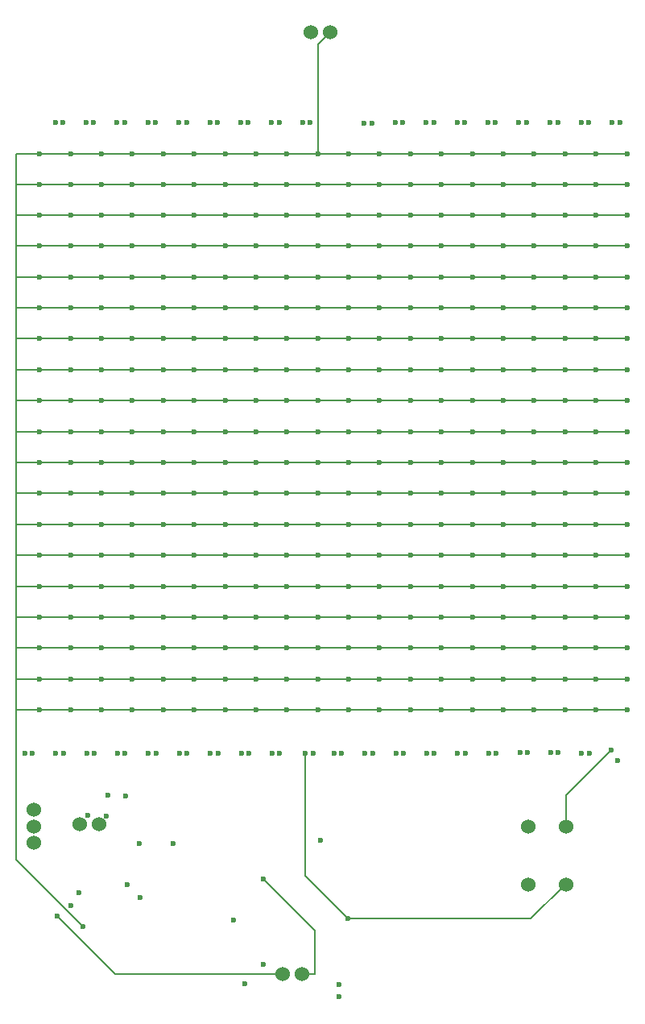
<source format=gbr>
%TF.GenerationSoftware,KiCad,Pcbnew,8.0.3*%
%TF.CreationDate,2024-08-22T18:58:11+02:00*%
%TF.ProjectId,inz,696e7a2e-6b69-4636-9164-5f7063625858,rev?*%
%TF.SameCoordinates,Original*%
%TF.FileFunction,Copper,L3,Inr*%
%TF.FilePolarity,Positive*%
%FSLAX46Y46*%
G04 Gerber Fmt 4.6, Leading zero omitted, Abs format (unit mm)*
G04 Created by KiCad (PCBNEW 8.0.3) date 2024-08-22 18:58:11*
%MOMM*%
%LPD*%
G01*
G04 APERTURE LIST*
%TA.AperFunction,ComponentPad*%
%ADD10C,1.524000*%
%TD*%
%TA.AperFunction,ViaPad*%
%ADD11C,0.600000*%
%TD*%
%TA.AperFunction,Conductor*%
%ADD12C,0.200000*%
%TD*%
G04 APERTURE END LIST*
D10*
%TO.N,+5V*%
%TO.C,pwr2*%
X121000000Y-49000000D03*
%TO.N,GND*%
X123000000Y-49000000D03*
%TD*%
%TO.N,Net-(LED_CON2-cli)*%
%TO.C,LED_CON2*%
X143800000Y-138600000D03*
%TO.N,Net-(LED_CON2-dai)*%
X147800000Y-138600000D03*
%TD*%
%TO.N,Net-(LED_CON1-cli)*%
%TO.C,LED_CON1*%
X143800000Y-132550000D03*
%TO.N,Net-(LED_CON1-dai)*%
X147800000Y-132550000D03*
%TD*%
%TO.N,+5V*%
%TO.C,pwr1*%
X118000000Y-148000000D03*
%TO.N,GND*%
X120000000Y-148000000D03*
%TD*%
%TO.N,UART_RX*%
%TO.C,rxtx1*%
X98700000Y-132300000D03*
%TO.N,UART_TX*%
X96700000Y-132300000D03*
%TD*%
%TO.N,+5V*%
%TO.C,JT2*%
X91800000Y-130750000D03*
%TO.N,GND*%
X91800000Y-132500000D03*
%TO.N,Net-(JT2-S)*%
X91800000Y-134250000D03*
%TD*%
D11*
%TO.N,Net-(U1-VO)*%
X101650735Y-138650735D03*
X103000000Y-140000000D03*
%TO.N,GND*%
X114000000Y-149000000D03*
X116000000Y-147000000D03*
X116000000Y-138000000D03*
%TO.N,+5V*%
X122000000Y-134000000D03*
%TO.N,GND*%
X97000000Y-143000000D03*
%TO.N,+5V*%
X96600000Y-139500000D03*
X95700000Y-140800000D03*
X94300000Y-141900000D03*
%TO.N,UART_RX*%
X99500000Y-131400000D03*
X101500000Y-129300000D03*
%TO.N,UART_TX*%
X97500000Y-131350000D03*
X99600000Y-129200000D03*
%TO.N,Net-(JT2-S)*%
X106500000Y-134300000D03*
X102900000Y-134300000D03*
%TO.N,GND*%
X123900000Y-149100000D03*
X123900000Y-150400000D03*
%TO.N,Net-(LED_CON2-dai)*%
X124850000Y-142200000D03*
X120350000Y-124800000D03*
%TO.N,Net-(LED_CON2-cli)*%
X112850000Y-142300000D03*
X121250000Y-124800000D03*
%TO.N,Net-(LED_CON1-dai)*%
X152550000Y-124500000D03*
%TO.N,Net-(LED_CON1-cli)*%
X153250000Y-125600000D03*
%TO.N,GND*%
X98950000Y-87750000D03*
X102200000Y-97500000D03*
X134700000Y-97500000D03*
X105450000Y-84500000D03*
X137950000Y-91000000D03*
X128200000Y-78000000D03*
X98950000Y-68250000D03*
X105450000Y-68250000D03*
X131450000Y-107250000D03*
X134700000Y-100750000D03*
X111950000Y-120250000D03*
X150950000Y-100750000D03*
X111950000Y-81250000D03*
X118450000Y-104000000D03*
X154200000Y-78000000D03*
X124950000Y-65050000D03*
X147700000Y-107250000D03*
X144450000Y-78000000D03*
X95700000Y-91000000D03*
X134700000Y-61800000D03*
X134700000Y-120250000D03*
X121700000Y-113750000D03*
X118450000Y-78000000D03*
X118450000Y-71500000D03*
X115200000Y-87750000D03*
X150950000Y-68250000D03*
X131450000Y-100750000D03*
X128200000Y-81250000D03*
X137950000Y-100750000D03*
X102200000Y-65050000D03*
X147700000Y-97500000D03*
X108700000Y-74750000D03*
X121700000Y-120250000D03*
X141200000Y-100750000D03*
X150950000Y-104000000D03*
X98950000Y-78000000D03*
X118450000Y-68250000D03*
X144450000Y-97500000D03*
X141200000Y-74750000D03*
X105450000Y-113750000D03*
X147700000Y-71500000D03*
X150950000Y-84500000D03*
X128200000Y-74750000D03*
X98950000Y-65050000D03*
X137950000Y-110500000D03*
X144450000Y-81250000D03*
X144450000Y-120250000D03*
X141200000Y-61800000D03*
X134700000Y-81250000D03*
X134700000Y-84500000D03*
X147700000Y-113750000D03*
X144450000Y-84500000D03*
X131450000Y-113750000D03*
X141200000Y-65050000D03*
X92450000Y-65050000D03*
X144450000Y-71500000D03*
X121700000Y-104000000D03*
X95700000Y-97500000D03*
X131450000Y-74750000D03*
X118450000Y-87750000D03*
X118450000Y-94250000D03*
X144450000Y-91000000D03*
X95700000Y-71500000D03*
X95700000Y-65050000D03*
X108700000Y-84500000D03*
X124950000Y-107250000D03*
X150950000Y-94250000D03*
X118450000Y-91000000D03*
X111950000Y-94250000D03*
X108700000Y-91000000D03*
X95700000Y-61800000D03*
X105450000Y-65050000D03*
X115200000Y-110500000D03*
X121700000Y-68250000D03*
X92450000Y-100750000D03*
X131450000Y-91000000D03*
X98950000Y-84500000D03*
X124950000Y-81250000D03*
X128200000Y-87750000D03*
X144450000Y-74750000D03*
X141200000Y-97500000D03*
X144450000Y-107250000D03*
X150950000Y-120250000D03*
X141200000Y-87750000D03*
X115200000Y-81250000D03*
X141200000Y-68250000D03*
X92450000Y-61800000D03*
X144450000Y-117000000D03*
X121700000Y-71500000D03*
X131450000Y-94250000D03*
X124950000Y-113750000D03*
X134700000Y-71500000D03*
X141200000Y-107250000D03*
X147700000Y-87750000D03*
X115200000Y-68250000D03*
X137950000Y-113750000D03*
X95700000Y-78000000D03*
X111950000Y-104000000D03*
X98950000Y-107250000D03*
X150950000Y-65050000D03*
X128200000Y-117000000D03*
X111950000Y-97500000D03*
X102200000Y-107250000D03*
X124950000Y-100750000D03*
X105450000Y-100750000D03*
X128200000Y-100750000D03*
X150950000Y-81250000D03*
X92450000Y-84500000D03*
X98950000Y-117000000D03*
X98950000Y-61800000D03*
X150950000Y-74750000D03*
X98950000Y-104000000D03*
X134700000Y-94250000D03*
X124950000Y-71500000D03*
X115200000Y-84500000D03*
X134700000Y-74750000D03*
X92450000Y-68250000D03*
X105450000Y-104000000D03*
X134700000Y-87750000D03*
X108700000Y-68250000D03*
X124950000Y-120250000D03*
X150950000Y-117000000D03*
X131450000Y-78000000D03*
X105450000Y-117000000D03*
X102200000Y-100750000D03*
X144450000Y-104000000D03*
X144450000Y-94250000D03*
X108700000Y-78000000D03*
X118450000Y-61800000D03*
X115200000Y-107250000D03*
X98950000Y-81250000D03*
X105450000Y-94250000D03*
X118450000Y-110500000D03*
X128200000Y-107250000D03*
X102200000Y-61800000D03*
X141200000Y-113750000D03*
X121700000Y-87750000D03*
X124950000Y-74750000D03*
X105450000Y-74750000D03*
X118450000Y-65050000D03*
X137950000Y-65050000D03*
X98950000Y-94250000D03*
X105450000Y-81250000D03*
X128200000Y-120250000D03*
X154200000Y-71500000D03*
X147700000Y-110500000D03*
X154200000Y-74750000D03*
X147700000Y-94250000D03*
X102200000Y-84500000D03*
X108700000Y-110500000D03*
X92450000Y-113750000D03*
X137950000Y-107250000D03*
X95700000Y-100750000D03*
X102200000Y-91000000D03*
X144450000Y-87750000D03*
X108700000Y-94250000D03*
X131450000Y-61800000D03*
X137950000Y-94250000D03*
X92450000Y-87750000D03*
X92450000Y-91000000D03*
X92450000Y-110500000D03*
X102200000Y-110500000D03*
X154200000Y-104000000D03*
X121700000Y-117000000D03*
X124950000Y-84500000D03*
X105450000Y-120250000D03*
X118450000Y-97500000D03*
X121700000Y-110500000D03*
X154200000Y-91000000D03*
X92450000Y-74750000D03*
X137950000Y-117000000D03*
X150950000Y-110500000D03*
X92450000Y-97500000D03*
X154200000Y-97500000D03*
X124950000Y-61800000D03*
X124950000Y-110500000D03*
X92450000Y-71500000D03*
X141200000Y-81250000D03*
X102200000Y-71500000D03*
X150950000Y-107250000D03*
X154200000Y-68250000D03*
X118450000Y-120250000D03*
X128200000Y-65050000D03*
X118450000Y-84500000D03*
X98950000Y-74750000D03*
X137950000Y-61800000D03*
X95700000Y-113750000D03*
X105450000Y-97500000D03*
X147700000Y-81250000D03*
X111950000Y-91000000D03*
X95700000Y-94250000D03*
X121700000Y-107250000D03*
X102200000Y-117000000D03*
X124950000Y-91000000D03*
X128200000Y-94250000D03*
X137950000Y-97500000D03*
X115200000Y-71500000D03*
X137950000Y-81250000D03*
X154200000Y-100750000D03*
X141200000Y-117000000D03*
X154200000Y-65050000D03*
X102200000Y-94250000D03*
X128200000Y-104000000D03*
X102200000Y-78000000D03*
X141200000Y-110500000D03*
X111950000Y-68250000D03*
X108700000Y-97500000D03*
X115200000Y-94250000D03*
X128200000Y-110500000D03*
X115200000Y-91000000D03*
X134700000Y-110500000D03*
X121700000Y-65050000D03*
X141200000Y-120250000D03*
X150950000Y-97500000D03*
X147700000Y-120250000D03*
X131450000Y-87750000D03*
X134700000Y-117000000D03*
X144450000Y-61800000D03*
X98950000Y-110500000D03*
X102200000Y-81250000D03*
X124950000Y-68250000D03*
X154200000Y-113750000D03*
X150950000Y-78000000D03*
X131450000Y-110500000D03*
X111950000Y-84500000D03*
X137950000Y-87750000D03*
X108700000Y-100750000D03*
X141200000Y-94250000D03*
X111950000Y-61800000D03*
X108700000Y-87750000D03*
X137950000Y-74750000D03*
X92450000Y-94250000D03*
X95700000Y-117000000D03*
X147700000Y-100750000D03*
X150950000Y-87750000D03*
X92450000Y-120250000D03*
X115200000Y-104000000D03*
X150950000Y-113750000D03*
X118450000Y-117000000D03*
X147700000Y-68250000D03*
X144450000Y-65050000D03*
X108700000Y-65050000D03*
X92450000Y-78000000D03*
X147700000Y-61800000D03*
X147700000Y-104000000D03*
X154200000Y-107250000D03*
X102200000Y-87750000D03*
X111950000Y-71500000D03*
X128200000Y-97500000D03*
X105450000Y-87750000D03*
X131450000Y-117000000D03*
X144450000Y-68250000D03*
X154200000Y-87750000D03*
X111950000Y-100750000D03*
X111950000Y-87750000D03*
X128200000Y-71500000D03*
X121700000Y-84500000D03*
X147700000Y-84500000D03*
X154200000Y-117000000D03*
X111950000Y-117000000D03*
X115200000Y-97500000D03*
X111950000Y-113750000D03*
X102200000Y-113750000D03*
X102200000Y-68250000D03*
X147700000Y-91000000D03*
X115200000Y-61800000D03*
X108700000Y-120250000D03*
X95700000Y-110500000D03*
X108700000Y-61800000D03*
X150950000Y-61800000D03*
X124950000Y-117000000D03*
X105450000Y-110500000D03*
X108700000Y-71500000D03*
X98950000Y-100750000D03*
X124950000Y-87750000D03*
X141200000Y-104000000D03*
X98950000Y-97500000D03*
X150950000Y-71500000D03*
X108700000Y-117000000D03*
X95700000Y-74750000D03*
X92450000Y-117000000D03*
X147700000Y-65050000D03*
X121700000Y-74750000D03*
X124950000Y-78000000D03*
X118450000Y-107250000D03*
X150950000Y-91000000D03*
X95700000Y-107250000D03*
X131450000Y-81250000D03*
X105450000Y-71500000D03*
X137950000Y-104000000D03*
X154200000Y-61800000D03*
X137950000Y-120250000D03*
X121700000Y-61800000D03*
X131450000Y-71500000D03*
X115200000Y-65050000D03*
X121700000Y-97500000D03*
X111950000Y-107250000D03*
X121700000Y-100750000D03*
X147700000Y-74750000D03*
X115200000Y-120250000D03*
X147700000Y-117000000D03*
X105450000Y-78000000D03*
X147700000Y-78000000D03*
X111950000Y-78000000D03*
X124950000Y-94250000D03*
X95700000Y-68250000D03*
X154200000Y-120250000D03*
X134700000Y-113750000D03*
X98950000Y-71500000D03*
X95700000Y-120250000D03*
X118450000Y-81250000D03*
X98950000Y-120250000D03*
X108700000Y-104000000D03*
X108700000Y-107250000D03*
X108700000Y-113750000D03*
X95700000Y-81250000D03*
X121700000Y-94250000D03*
X92450000Y-104000000D03*
X121700000Y-81250000D03*
X115200000Y-78000000D03*
X131450000Y-84500000D03*
X134700000Y-104000000D03*
X118450000Y-113750000D03*
X131450000Y-65050000D03*
X128200000Y-91000000D03*
X128200000Y-84500000D03*
X95700000Y-104000000D03*
X137950000Y-84500000D03*
X115200000Y-117000000D03*
X131450000Y-68250000D03*
X144450000Y-100750000D03*
X141200000Y-84500000D03*
X124950000Y-104000000D03*
X128200000Y-113750000D03*
X137950000Y-71500000D03*
X105450000Y-91000000D03*
X134700000Y-107250000D03*
X95700000Y-87750000D03*
X111950000Y-65050000D03*
X105450000Y-107250000D03*
X154200000Y-110500000D03*
X121700000Y-91000000D03*
X118450000Y-100750000D03*
X102200000Y-74750000D03*
X154200000Y-81250000D03*
X144450000Y-113750000D03*
X108700000Y-81250000D03*
X115200000Y-74750000D03*
X131450000Y-120250000D03*
X141200000Y-71500000D03*
X118450000Y-74750000D03*
X115200000Y-100750000D03*
X98950000Y-113750000D03*
X115200000Y-113750000D03*
X105450000Y-61800000D03*
X137950000Y-68250000D03*
X131450000Y-104000000D03*
X92450000Y-81250000D03*
X95700000Y-84500000D03*
X111950000Y-110500000D03*
X102200000Y-120250000D03*
X102200000Y-104000000D03*
X134700000Y-65050000D03*
X141200000Y-78000000D03*
X98950000Y-91000000D03*
X124950000Y-97500000D03*
X128200000Y-61800000D03*
X141200000Y-91000000D03*
X121700000Y-78000000D03*
X134700000Y-78000000D03*
X154200000Y-84500000D03*
X144450000Y-110500000D03*
X92450000Y-107250000D03*
X134700000Y-68250000D03*
X134700000Y-91000000D03*
X111950000Y-74750000D03*
X128200000Y-68250000D03*
X137950000Y-78000000D03*
X154200000Y-94250000D03*
X131450000Y-97500000D03*
%TO.N,Net-(U22-CLO)*%
X153439993Y-58538107D03*
X150250000Y-124800000D03*
%TO.N,Net-(U22-DAO)*%
X149450000Y-124800000D03*
X152640063Y-58548920D03*
%TO.N,Net-(U42-DAO)*%
X146200000Y-124750000D03*
X149390063Y-58498920D03*
%TO.N,Net-(U42-CLO)*%
X147000000Y-124750000D03*
X150189993Y-58488107D03*
%TO.N,Net-(U62-CLO)*%
X143750000Y-124750000D03*
X146939993Y-58488107D03*
%TO.N,Net-(U62-DAO)*%
X142950000Y-124750000D03*
X146140063Y-58498920D03*
%TO.N,Net-(U82-DAO)*%
X139650000Y-124800000D03*
X142840063Y-58548920D03*
%TO.N,Net-(U82-CLO)*%
X140450000Y-124800000D03*
X143639993Y-58538107D03*
%TO.N,Net-(U102-DAO)*%
X139590063Y-58548920D03*
X136400000Y-124800000D03*
%TO.N,Net-(U102-CLO)*%
X137200000Y-124800000D03*
X140389993Y-58538107D03*
%TO.N,Net-(U122-CLO)*%
X133950000Y-124800000D03*
X137139993Y-58538107D03*
%TO.N,Net-(U122-DAO)*%
X133150000Y-124800000D03*
X136340063Y-58548920D03*
%TO.N,Net-(U142-DAO)*%
X133090063Y-58548920D03*
X129900000Y-124800000D03*
%TO.N,Net-(U142-CLO)*%
X130700000Y-124800000D03*
X133889993Y-58538107D03*
%TO.N,Net-(U162-CLO)*%
X130639993Y-58538107D03*
X127450000Y-124800000D03*
%TO.N,Net-(U162-DAO)*%
X129840063Y-58548920D03*
X126650000Y-124800000D03*
%TO.N,Net-(U182-DAO)*%
X123400000Y-124850000D03*
X126590063Y-58598920D03*
%TO.N,Net-(U182-CLO)*%
X127389993Y-58588107D03*
X124200000Y-124850000D03*
%TO.N,Net-(U222-DAO)*%
X116900000Y-124800000D03*
X120090063Y-58548920D03*
%TO.N,Net-(U222-CLO)*%
X120889993Y-58538107D03*
X117700000Y-124800000D03*
%TO.N,Net-(U262-DAO)*%
X110400000Y-124800000D03*
X113590063Y-58548920D03*
%TO.N,Net-(U262-CLO)*%
X111200000Y-124800000D03*
X114389993Y-58538107D03*
%TO.N,Net-(U242-DAO)*%
X116840063Y-58548920D03*
X113650000Y-124800000D03*
%TO.N,Net-(U242-CLO)*%
X114450000Y-124800000D03*
X117639993Y-58538107D03*
%TO.N,Net-(U302-DAO)*%
X107090063Y-58548920D03*
X103900000Y-124800000D03*
%TO.N,Net-(U302-CLO)*%
X107889993Y-58538107D03*
X104700000Y-124800000D03*
%TO.N,Net-(U282-CLO)*%
X111139993Y-58538107D03*
X107950000Y-124800000D03*
%TO.N,Net-(U282-DAO)*%
X110340063Y-58548920D03*
X107150000Y-124800000D03*
%TO.N,Net-(U342-CLO)*%
X98200000Y-124800000D03*
X101389993Y-58538107D03*
%TO.N,Net-(U342-DAO)*%
X100590063Y-58548920D03*
X97400000Y-124800000D03*
%TO.N,Net-(U322-CLO)*%
X104639993Y-58538107D03*
X101450000Y-124800000D03*
%TO.N,Net-(U322-DAO)*%
X100650000Y-124800000D03*
X103840063Y-58548920D03*
%TO.N,Net-(U382-DAO)*%
X90900000Y-124800000D03*
X94090063Y-58548920D03*
%TO.N,Net-(U382-CLO)*%
X91700000Y-124800000D03*
X94889993Y-58538107D03*
%TO.N,Net-(U362-DAO)*%
X97340063Y-58548920D03*
X94150000Y-124800000D03*
%TO.N,Net-(U362-CLO)*%
X98139993Y-58538107D03*
X94950000Y-124800000D03*
%TD*%
D12*
%TO.N,+5V*%
X94300000Y-141900000D02*
X100400000Y-148000000D01*
X100400000Y-148000000D02*
X118000000Y-148000000D01*
%TO.N,GND*%
X121400000Y-148000000D02*
X120000000Y-148000000D01*
X121400000Y-143400000D02*
X121400000Y-148000000D01*
X121700000Y-50300000D02*
X123000000Y-49000000D01*
X121700000Y-61800000D02*
X121700000Y-50300000D01*
X90000000Y-61800000D02*
X154200000Y-61800000D01*
X116000000Y-138000000D02*
X121400000Y-143400000D01*
X90000000Y-117000000D02*
X154200000Y-117000000D01*
X90000000Y-65050000D02*
X154200000Y-65050000D01*
X90000000Y-68250000D02*
X154200000Y-68250000D01*
X90000000Y-71500000D02*
X154200000Y-71500000D01*
X90000000Y-74750000D02*
X154200000Y-74750000D01*
X90000000Y-78000000D02*
X154200000Y-78000000D01*
X90000000Y-81250000D02*
X154200000Y-81250000D01*
X90000000Y-84500000D02*
X154200000Y-84500000D01*
X90000000Y-87750000D02*
X154200000Y-87750000D01*
X90000000Y-91000000D02*
X154200000Y-91000000D01*
X90000000Y-94250000D02*
X154200000Y-94250000D01*
X90000000Y-97500000D02*
X154200000Y-97500000D01*
X90000000Y-100750000D02*
X90000000Y-101000000D01*
X90000000Y-100750000D02*
X154200000Y-100750000D01*
X90000000Y-104000000D02*
X154200000Y-104000000D01*
X90000000Y-107250000D02*
X154200000Y-107250000D01*
X90000000Y-110500000D02*
X154200000Y-110500000D01*
X90000000Y-113750000D02*
X154200000Y-113750000D01*
X90000000Y-120250000D02*
X154200000Y-120250000D01*
X90000000Y-136000000D02*
X97000000Y-143000000D01*
X90000000Y-61800000D02*
X90000000Y-136000000D01*
%TO.N,Net-(LED_CON1-dai)*%
X147800000Y-129250000D02*
X152550000Y-124500000D01*
X147800000Y-132550000D02*
X147800000Y-129250000D01*
%TO.N,Net-(LED_CON2-dai)*%
X144100000Y-142200000D02*
X124850000Y-142200000D01*
X147700000Y-138600000D02*
X144100000Y-142200000D01*
X147800000Y-138600000D02*
X147700000Y-138600000D01*
X120350000Y-137700000D02*
X124850000Y-142200000D01*
X120350000Y-124800000D02*
X120350000Y-137700000D01*
%TD*%
M02*

</source>
